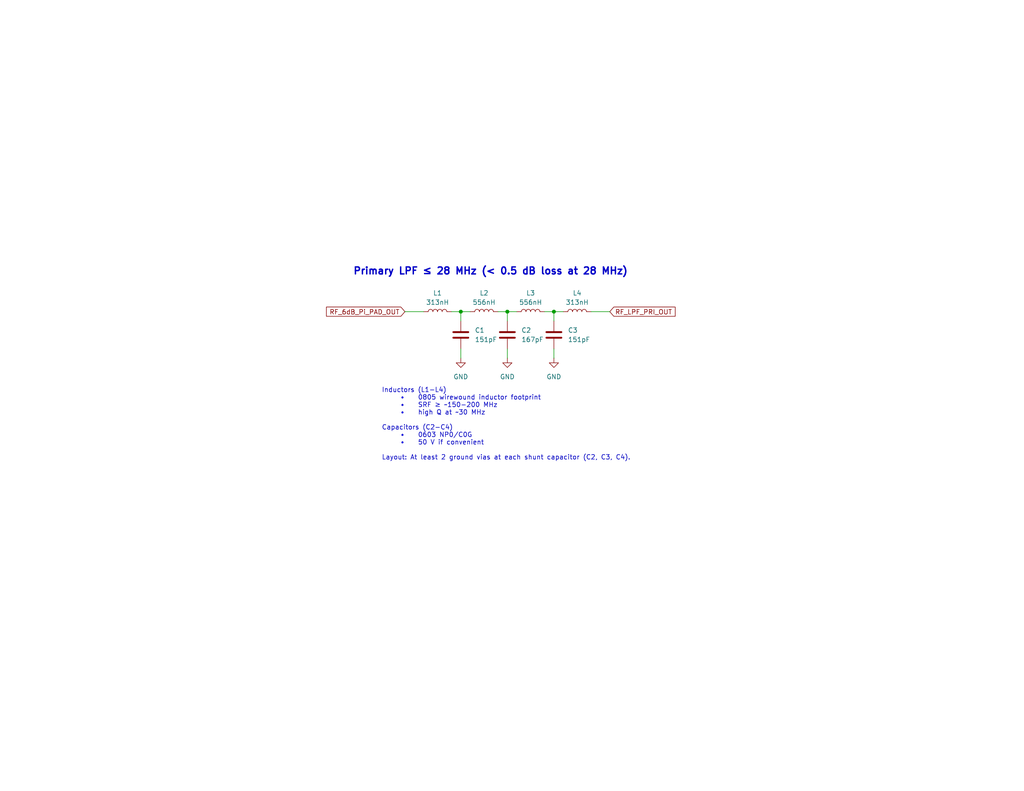
<source format=kicad_sch>
(kicad_sch (version 20250114) (generator "eeschema") (generator_version "9.0")
  (paper "A")
  (title_block (title "Primary LPF") (date "2026-02-04") (rev "0") (company "Lee C. Bussy [AA0NT]"))
  (lib_symbols
    (symbol "Device:C" (pin_numbers (hide yes)) (pin_names (offset 0.254))
      (property "Reference" "C" (at 0.635 2.54 0))
      (property "Value" "C" (at 0.635 -2.54 0))
      (symbol "C_0_1"
        (polyline (pts (xy -2.032 0.762) (xy 2.032 0.762)) (stroke (width 0.508)))
        (polyline (pts (xy -2.032 -0.762) (xy 2.032 -0.762)) (stroke (width 0.508)))
      )
      (symbol "C_1_1"
        (pin passive line (at 0 3.81 270) (length 2.794) (name "~") (number "1"))
        (pin passive line (at 0 -3.81 90) (length 2.794) (name "~") (number "2"))
      )
    )
    (symbol "Device:L" (pin_numbers (hide yes)) (pin_names (offset 1.016) (hide yes))
      (property "Reference" "L" (at -1.27 0 90))
      (property "Value" "L" (at 1.905 0 90))
      (symbol "L_0_1"
        (arc (start 0 2.54) (mid 0.6323 1.905) (end 0 1.27))
        (arc (start 0 1.27) (mid 0.6323 0.635) (end 0 0))
        (arc (start 0 0) (mid 0.6323 -0.635) (end 0 -1.27))
        (arc (start 0 -1.27) (mid 0.6323 -1.905) (end 0 -2.54))
      )
      (symbol "L_1_1"
        (pin passive line (at 0 3.81 270) (length 1.27) (name "1") (number "1"))
        (pin passive line (at 0 -3.81 90) (length 1.27) (name "2") (number "2"))
      )
    )
    (symbol "power:GND" (power) (pin_numbers (hide yes)) (pin_names (offset 0) (hide yes))
      (property "Value" "GND" (at 0 -3.81 0))
      (symbol "GND_0_1"
        (polyline (pts (xy 0 0) (xy 0 -1.27) (xy 1.27 -1.27) (xy 0 -2.54) (xy -1.27 -1.27) (xy 0 -1.27)))
      )
      (symbol "GND_1_1"
        (pin power_in line (at 0 0 270) (length 0) (name "~") (number "1"))
      )
    )
  )
  (text "Primary LPF ≤ 28 MHz (< 0.5 dB loss at 28 MHz)" (at 133.858 74.168 0) (effects (font (size 1.905 1.905) (thickness 0.381) (bold yes))))
  (text "Inductors (L1-L4)\n	•	0805 wirewound inductor footprint\n	•	SRF ≥ ~150-200 MHz\n	•	high Q at ~30 MHz\n\nCapacitors (C2-C4)\n	•	0603 NP0/C0G\n	•	50 V if convenient\n\nLayout: At least 2 ground vias at each shunt capacitor (C2, C3, C4)." (at 104.14 115.824 0) (effects (font (size 1.27 1.27) (thickness 0.1588)) (justify left)))
  (junction (at 151.13 85.09))
  (junction (at 125.73 85.09))
  (junction (at 138.43 85.09))
  (wire (pts (xy 110.49 85.09) (xy 115.57 85.09)))
  (wire (pts (xy 161.29 85.09) (xy 166.37 85.09)))
  (wire (pts (xy 151.13 85.09) (xy 151.13 87.63)))
  (wire (pts (xy 125.73 95.25) (xy 125.73 97.79)))
  (wire (pts (xy 148.59 85.09) (xy 151.13 85.09)))
  (wire (pts (xy 151.13 95.25) (xy 151.13 97.79)))
  (wire (pts (xy 125.73 85.09) (xy 125.73 87.63)))
  (wire (pts (xy 135.89 85.09) (xy 138.43 85.09)))
  (wire (pts (xy 123.19 85.09) (xy 125.73 85.09)))
  (wire (pts (xy 151.13 85.09) (xy 153.67 85.09)))
  (wire (pts (xy 138.43 85.09) (xy 140.97 85.09)))
  (wire (pts (xy 138.43 85.09) (xy 138.43 87.63)))
  (wire (pts (xy 125.73 85.09) (xy 128.27 85.09)))
  (wire (pts (xy 138.43 95.25) (xy 138.43 97.79)))
  (global_label "RF_LPF_PRI_OUT" (shape input) (at 166.37 85.09 0) (effects (font (thickness 0.1588))) (property "Intersheetrefs" "${INTERSHEET_REFS}" (effects (hide yes))))
  (global_label "RF_6dB_Pi_PAD_OUT" (shape input) (at 110.49 85.09 180) (effects (font (thickness 0.1588))) (property "Intersheetrefs" "${INTERSHEET_REFS}" (effects (hide yes))))
  (symbol (lib_id "Device:L") (at 132.08 85.09 90) (unit 1)
    (property "Reference" "L2" (at 132.08 80.01 90))
    (property "Value" "556nH" (at 132.08 82.55 90))
    (property "Footprint" "Inductor_SMD:L_0805_2012Metric" (effects (hide yes)))
    (property "Description" "Inductor" (effects (hide yes)))
  )
  (symbol (lib_id "power:GND") (at 125.73 97.79 0) (unit 1)
    (property "Reference" "#PWR01" (effects (hide yes)))
    (property "Value" "GND" (at 125.73 102.87 0))
    (property "Description" "Power symbol creates a global label with name \"GND\" , ground" (effects (hide yes)))
  )
  (symbol (lib_id "Device:L") (at 157.48 85.09 90) (unit 1)
    (property "Reference" "L4" (at 157.48 80.01 90))
    (property "Value" "313nH" (at 157.48 82.55 90))
    (property "Footprint" "Inductor_SMD:L_0805_2012Metric" (effects (hide yes)))
    (property "Description" "Inductor" (effects (hide yes)))
  )
  (symbol (lib_id "power:GND") (at 151.13 97.79 0) (unit 1)
    (property "Reference" "#PWR03" (effects (hide yes)))
    (property "Value" "GND" (at 151.13 102.87 0))
    (property "Description" "Power symbol creates a global label with name \"GND\" , ground" (effects (hide yes)))
  )
  (symbol (lib_id "Device:C") (at 151.13 91.44 0) (unit 1)
    (property "Reference" "C3" (at 154.94 90.1699 0) (effects (justify left)))
    (property "Value" "151pF" (at 154.94 92.7099 0) (effects (justify left)))
    (property "Footprint" "Capacitor_SMD:C_0603_1608Metric" (effects (hide yes)))
    (property "Description" "Unpolarized capacitor" (effects (hide yes)))
  )
  (symbol (lib_id "Device:C") (at 125.73 91.44 0) (unit 1)
    (property "Reference" "C1" (at 129.54 90.1699 0) (effects (justify left)))
    (property "Value" "151pF" (at 129.54 92.7099 0) (effects (justify left)))
    (property "Footprint" "Capacitor_SMD:C_0603_1608Metric" (effects (hide yes)))
    (property "Description" "Unpolarized capacitor" (effects (hide yes)))
  )
  (symbol (lib_id "Device:L") (at 119.38 85.09 90) (unit 1)
    (property "Reference" "L1" (at 119.38 80.01 90))
    (property "Value" "313nH" (at 119.38 82.55 90))
    (property "Footprint" "Inductor_SMD:L_0805_2012Metric" (effects (hide yes)))
    (property "Description" "Inductor" (effects (hide yes)))
  )
  (symbol (lib_id "Device:L") (at 144.78 85.09 90) (unit 1)
    (property "Reference" "L3" (at 144.78 80.01 90))
    (property "Value" "556nH" (at 144.78 82.55 90))
    (property "Footprint" "Inductor_SMD:L_0805_2012Metric" (effects (hide yes)))
    (property "Description" "Inductor" (effects (hide yes)))
  )
  (symbol (lib_id "power:GND") (at 138.43 97.79 0) (unit 1)
    (property "Reference" "#PWR02" (effects (hide yes)))
    (property "Value" "GND" (at 138.43 102.87 0))
    (property "Description" "Power symbol creates a global label with name \"GND\" , ground" (effects (hide yes)))
  )
  (symbol (lib_id "Device:C") (at 138.43 91.44 0) (unit 1)
    (property "Reference" "C2" (at 142.24 90.1699 0) (effects (justify left)))
    (property "Value" "167pF" (at 142.24 92.7099 0) (effects (justify left)))
    (property "Footprint" "Capacitor_SMD:C_0603_1608Metric" (effects (hide yes)))
    (property "Description" "Unpolarized capacitor" (effects (hide yes)))
  )
)
</source>
